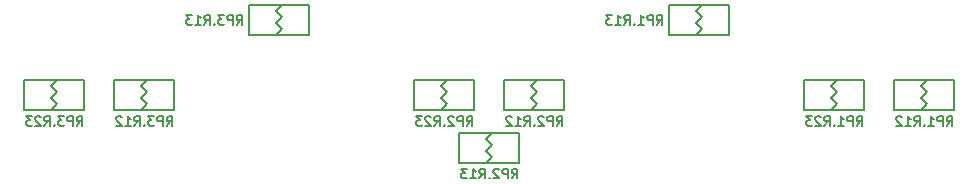
<source format=gbr>
G04 #@! TF.GenerationSoftware,KiCad,Pcbnew,5.1.12-84ad8e8a86~92~ubuntu20.04.1*
G04 #@! TF.CreationDate,2024-01-16T22:34:24+00:00*
G04 #@! TF.ProjectId,___-1.39.A-1,221a1f2d-312e-4333-992e-412d312e6b69,2A*
G04 #@! TF.SameCoordinates,Original*
G04 #@! TF.FileFunction,Legend,Bot*
G04 #@! TF.FilePolarity,Positive*
%FSLAX46Y46*%
G04 Gerber Fmt 4.6, Leading zero omitted, Abs format (unit mm)*
G04 Created by KiCad (PCBNEW 5.1.12-84ad8e8a86~92~ubuntu20.04.1) date 2024-01-16 22:34:24*
%MOMM*%
%LPD*%
G01*
G04 APERTURE LIST*
%ADD10C,0.200000*%
G04 APERTURE END LIST*
D10*
X68326000Y-148844000D02*
X68834000Y-149352000D01*
X68834000Y-149352000D02*
X68326000Y-149860000D01*
X68326000Y-148844000D02*
X68834000Y-148336000D01*
X68834000Y-148336000D02*
X68326000Y-147828000D01*
X68326000Y-147828000D02*
X68834000Y-147320000D01*
X66040000Y-147320000D02*
X71120000Y-147320000D01*
X66040000Y-149860000D02*
X71120000Y-149860000D01*
X71120000Y-149860000D02*
X71120000Y-147320000D01*
X66040000Y-149860000D02*
X66040000Y-147320000D01*
X87884000Y-141986000D02*
X87376000Y-141478000D01*
X87376000Y-141478000D02*
X87884000Y-140970000D01*
X87884000Y-141986000D02*
X87376000Y-142494000D01*
X87376000Y-142494000D02*
X87884000Y-143002000D01*
X87884000Y-143002000D02*
X87376000Y-143510000D01*
X90170000Y-143510000D02*
X85090000Y-143510000D01*
X90170000Y-140970000D02*
X85090000Y-140970000D01*
X85090000Y-140970000D02*
X85090000Y-143510000D01*
X90170000Y-140970000D02*
X90170000Y-143510000D01*
X75946000Y-148844000D02*
X76454000Y-149352000D01*
X76454000Y-149352000D02*
X75946000Y-149860000D01*
X75946000Y-148844000D02*
X76454000Y-148336000D01*
X76454000Y-148336000D02*
X75946000Y-147828000D01*
X75946000Y-147828000D02*
X76454000Y-147320000D01*
X73660000Y-147320000D02*
X78740000Y-147320000D01*
X73660000Y-149860000D02*
X78740000Y-149860000D01*
X78740000Y-149860000D02*
X78740000Y-147320000D01*
X73660000Y-149860000D02*
X73660000Y-147320000D01*
X101346000Y-148844000D02*
X101854000Y-149352000D01*
X101854000Y-149352000D02*
X101346000Y-149860000D01*
X101346000Y-148844000D02*
X101854000Y-148336000D01*
X101854000Y-148336000D02*
X101346000Y-147828000D01*
X101346000Y-147828000D02*
X101854000Y-147320000D01*
X99060000Y-147320000D02*
X104140000Y-147320000D01*
X99060000Y-149860000D02*
X104140000Y-149860000D01*
X104140000Y-149860000D02*
X104140000Y-147320000D01*
X99060000Y-149860000D02*
X99060000Y-147320000D01*
X105156000Y-153289000D02*
X105664000Y-153797000D01*
X105664000Y-153797000D02*
X105156000Y-154305000D01*
X105156000Y-153289000D02*
X105664000Y-152781000D01*
X105664000Y-152781000D02*
X105156000Y-152273000D01*
X105156000Y-152273000D02*
X105664000Y-151765000D01*
X102870000Y-151765000D02*
X107950000Y-151765000D01*
X102870000Y-154305000D02*
X107950000Y-154305000D01*
X107950000Y-154305000D02*
X107950000Y-151765000D01*
X102870000Y-154305000D02*
X102870000Y-151765000D01*
X108966000Y-148844000D02*
X109474000Y-149352000D01*
X109474000Y-149352000D02*
X108966000Y-149860000D01*
X108966000Y-148844000D02*
X109474000Y-148336000D01*
X109474000Y-148336000D02*
X108966000Y-147828000D01*
X108966000Y-147828000D02*
X109474000Y-147320000D01*
X106680000Y-147320000D02*
X111760000Y-147320000D01*
X106680000Y-149860000D02*
X111760000Y-149860000D01*
X111760000Y-149860000D02*
X111760000Y-147320000D01*
X106680000Y-149860000D02*
X106680000Y-147320000D01*
X134366000Y-148844000D02*
X134874000Y-149352000D01*
X134874000Y-149352000D02*
X134366000Y-149860000D01*
X134366000Y-148844000D02*
X134874000Y-148336000D01*
X134874000Y-148336000D02*
X134366000Y-147828000D01*
X134366000Y-147828000D02*
X134874000Y-147320000D01*
X132080000Y-147320000D02*
X137160000Y-147320000D01*
X132080000Y-149860000D02*
X137160000Y-149860000D01*
X137160000Y-149860000D02*
X137160000Y-147320000D01*
X132080000Y-149860000D02*
X132080000Y-147320000D01*
X123444000Y-141986000D02*
X122936000Y-141478000D01*
X122936000Y-141478000D02*
X123444000Y-140970000D01*
X123444000Y-141986000D02*
X122936000Y-142494000D01*
X122936000Y-142494000D02*
X123444000Y-143002000D01*
X123444000Y-143002000D02*
X122936000Y-143510000D01*
X125730000Y-143510000D02*
X120650000Y-143510000D01*
X125730000Y-140970000D02*
X120650000Y-140970000D01*
X120650000Y-140970000D02*
X120650000Y-143510000D01*
X125730000Y-140970000D02*
X125730000Y-143510000D01*
X141986000Y-148844000D02*
X142494000Y-149352000D01*
X142494000Y-149352000D02*
X141986000Y-149860000D01*
X141986000Y-148844000D02*
X142494000Y-148336000D01*
X142494000Y-148336000D02*
X141986000Y-147828000D01*
X141986000Y-147828000D02*
X142494000Y-147320000D01*
X139700000Y-147320000D02*
X144780000Y-147320000D01*
X139700000Y-149860000D02*
X144780000Y-149860000D01*
X144780000Y-149860000D02*
X144780000Y-147320000D01*
X139700000Y-149860000D02*
X139700000Y-147320000D01*
X70465714Y-151174404D02*
X70732380Y-150793452D01*
X70922857Y-151174404D02*
X70922857Y-150374404D01*
X70618095Y-150374404D01*
X70541904Y-150412500D01*
X70503809Y-150450595D01*
X70465714Y-150526785D01*
X70465714Y-150641071D01*
X70503809Y-150717261D01*
X70541904Y-150755357D01*
X70618095Y-150793452D01*
X70922857Y-150793452D01*
X70122857Y-151174404D02*
X70122857Y-150374404D01*
X69818095Y-150374404D01*
X69741904Y-150412500D01*
X69703809Y-150450595D01*
X69665714Y-150526785D01*
X69665714Y-150641071D01*
X69703809Y-150717261D01*
X69741904Y-150755357D01*
X69818095Y-150793452D01*
X70122857Y-150793452D01*
X69399047Y-150374404D02*
X68903809Y-150374404D01*
X69170476Y-150679166D01*
X69056190Y-150679166D01*
X68980000Y-150717261D01*
X68941904Y-150755357D01*
X68903809Y-150831547D01*
X68903809Y-151022023D01*
X68941904Y-151098214D01*
X68980000Y-151136309D01*
X69056190Y-151174404D01*
X69284761Y-151174404D01*
X69360952Y-151136309D01*
X69399047Y-151098214D01*
X68560952Y-151098214D02*
X68522857Y-151136309D01*
X68560952Y-151174404D01*
X68599047Y-151136309D01*
X68560952Y-151098214D01*
X68560952Y-151174404D01*
X67722857Y-151174404D02*
X67989523Y-150793452D01*
X68180000Y-151174404D02*
X68180000Y-150374404D01*
X67875238Y-150374404D01*
X67799047Y-150412500D01*
X67760952Y-150450595D01*
X67722857Y-150526785D01*
X67722857Y-150641071D01*
X67760952Y-150717261D01*
X67799047Y-150755357D01*
X67875238Y-150793452D01*
X68180000Y-150793452D01*
X67418095Y-150450595D02*
X67380000Y-150412500D01*
X67303809Y-150374404D01*
X67113333Y-150374404D01*
X67037142Y-150412500D01*
X66999047Y-150450595D01*
X66960952Y-150526785D01*
X66960952Y-150602976D01*
X66999047Y-150717261D01*
X67456190Y-151174404D01*
X66960952Y-151174404D01*
X66694285Y-150374404D02*
X66199047Y-150374404D01*
X66465714Y-150679166D01*
X66351428Y-150679166D01*
X66275238Y-150717261D01*
X66237142Y-150755357D01*
X66199047Y-150831547D01*
X66199047Y-151022023D01*
X66237142Y-151098214D01*
X66275238Y-151136309D01*
X66351428Y-151174404D01*
X66580000Y-151174404D01*
X66656190Y-151136309D01*
X66694285Y-151098214D01*
X83994880Y-142601904D02*
X84261547Y-142220952D01*
X84452023Y-142601904D02*
X84452023Y-141801904D01*
X84147261Y-141801904D01*
X84071071Y-141840000D01*
X84032976Y-141878095D01*
X83994880Y-141954285D01*
X83994880Y-142068571D01*
X84032976Y-142144761D01*
X84071071Y-142182857D01*
X84147261Y-142220952D01*
X84452023Y-142220952D01*
X83652023Y-142601904D02*
X83652023Y-141801904D01*
X83347261Y-141801904D01*
X83271071Y-141840000D01*
X83232976Y-141878095D01*
X83194880Y-141954285D01*
X83194880Y-142068571D01*
X83232976Y-142144761D01*
X83271071Y-142182857D01*
X83347261Y-142220952D01*
X83652023Y-142220952D01*
X82928214Y-141801904D02*
X82432976Y-141801904D01*
X82699642Y-142106666D01*
X82585357Y-142106666D01*
X82509166Y-142144761D01*
X82471071Y-142182857D01*
X82432976Y-142259047D01*
X82432976Y-142449523D01*
X82471071Y-142525714D01*
X82509166Y-142563809D01*
X82585357Y-142601904D01*
X82813928Y-142601904D01*
X82890119Y-142563809D01*
X82928214Y-142525714D01*
X82090119Y-142525714D02*
X82052023Y-142563809D01*
X82090119Y-142601904D01*
X82128214Y-142563809D01*
X82090119Y-142525714D01*
X82090119Y-142601904D01*
X81252023Y-142601904D02*
X81518690Y-142220952D01*
X81709166Y-142601904D02*
X81709166Y-141801904D01*
X81404404Y-141801904D01*
X81328214Y-141840000D01*
X81290119Y-141878095D01*
X81252023Y-141954285D01*
X81252023Y-142068571D01*
X81290119Y-142144761D01*
X81328214Y-142182857D01*
X81404404Y-142220952D01*
X81709166Y-142220952D01*
X80490119Y-142601904D02*
X80947261Y-142601904D01*
X80718690Y-142601904D02*
X80718690Y-141801904D01*
X80794880Y-141916190D01*
X80871071Y-141992380D01*
X80947261Y-142030476D01*
X80223452Y-141801904D02*
X79728214Y-141801904D01*
X79994880Y-142106666D01*
X79880595Y-142106666D01*
X79804404Y-142144761D01*
X79766309Y-142182857D01*
X79728214Y-142259047D01*
X79728214Y-142449523D01*
X79766309Y-142525714D01*
X79804404Y-142563809D01*
X79880595Y-142601904D01*
X80109166Y-142601904D01*
X80185357Y-142563809D01*
X80223452Y-142525714D01*
X78085714Y-151174404D02*
X78352380Y-150793452D01*
X78542857Y-151174404D02*
X78542857Y-150374404D01*
X78238095Y-150374404D01*
X78161904Y-150412500D01*
X78123809Y-150450595D01*
X78085714Y-150526785D01*
X78085714Y-150641071D01*
X78123809Y-150717261D01*
X78161904Y-150755357D01*
X78238095Y-150793452D01*
X78542857Y-150793452D01*
X77742857Y-151174404D02*
X77742857Y-150374404D01*
X77438095Y-150374404D01*
X77361904Y-150412500D01*
X77323809Y-150450595D01*
X77285714Y-150526785D01*
X77285714Y-150641071D01*
X77323809Y-150717261D01*
X77361904Y-150755357D01*
X77438095Y-150793452D01*
X77742857Y-150793452D01*
X77019047Y-150374404D02*
X76523809Y-150374404D01*
X76790476Y-150679166D01*
X76676190Y-150679166D01*
X76600000Y-150717261D01*
X76561904Y-150755357D01*
X76523809Y-150831547D01*
X76523809Y-151022023D01*
X76561904Y-151098214D01*
X76600000Y-151136309D01*
X76676190Y-151174404D01*
X76904761Y-151174404D01*
X76980952Y-151136309D01*
X77019047Y-151098214D01*
X76180952Y-151098214D02*
X76142857Y-151136309D01*
X76180952Y-151174404D01*
X76219047Y-151136309D01*
X76180952Y-151098214D01*
X76180952Y-151174404D01*
X75342857Y-151174404D02*
X75609523Y-150793452D01*
X75800000Y-151174404D02*
X75800000Y-150374404D01*
X75495238Y-150374404D01*
X75419047Y-150412500D01*
X75380952Y-150450595D01*
X75342857Y-150526785D01*
X75342857Y-150641071D01*
X75380952Y-150717261D01*
X75419047Y-150755357D01*
X75495238Y-150793452D01*
X75800000Y-150793452D01*
X74580952Y-151174404D02*
X75038095Y-151174404D01*
X74809523Y-151174404D02*
X74809523Y-150374404D01*
X74885714Y-150488690D01*
X74961904Y-150564880D01*
X75038095Y-150602976D01*
X74276190Y-150450595D02*
X74238095Y-150412500D01*
X74161904Y-150374404D01*
X73971428Y-150374404D01*
X73895238Y-150412500D01*
X73857142Y-150450595D01*
X73819047Y-150526785D01*
X73819047Y-150602976D01*
X73857142Y-150717261D01*
X74314285Y-151174404D01*
X73819047Y-151174404D01*
X103485714Y-151174404D02*
X103752380Y-150793452D01*
X103942857Y-151174404D02*
X103942857Y-150374404D01*
X103638095Y-150374404D01*
X103561904Y-150412500D01*
X103523809Y-150450595D01*
X103485714Y-150526785D01*
X103485714Y-150641071D01*
X103523809Y-150717261D01*
X103561904Y-150755357D01*
X103638095Y-150793452D01*
X103942857Y-150793452D01*
X103142857Y-151174404D02*
X103142857Y-150374404D01*
X102838095Y-150374404D01*
X102761904Y-150412500D01*
X102723809Y-150450595D01*
X102685714Y-150526785D01*
X102685714Y-150641071D01*
X102723809Y-150717261D01*
X102761904Y-150755357D01*
X102838095Y-150793452D01*
X103142857Y-150793452D01*
X102380952Y-150450595D02*
X102342857Y-150412500D01*
X102266666Y-150374404D01*
X102076190Y-150374404D01*
X102000000Y-150412500D01*
X101961904Y-150450595D01*
X101923809Y-150526785D01*
X101923809Y-150602976D01*
X101961904Y-150717261D01*
X102419047Y-151174404D01*
X101923809Y-151174404D01*
X101580952Y-151098214D02*
X101542857Y-151136309D01*
X101580952Y-151174404D01*
X101619047Y-151136309D01*
X101580952Y-151098214D01*
X101580952Y-151174404D01*
X100742857Y-151174404D02*
X101009523Y-150793452D01*
X101200000Y-151174404D02*
X101200000Y-150374404D01*
X100895238Y-150374404D01*
X100819047Y-150412500D01*
X100780952Y-150450595D01*
X100742857Y-150526785D01*
X100742857Y-150641071D01*
X100780952Y-150717261D01*
X100819047Y-150755357D01*
X100895238Y-150793452D01*
X101200000Y-150793452D01*
X100438095Y-150450595D02*
X100400000Y-150412500D01*
X100323809Y-150374404D01*
X100133333Y-150374404D01*
X100057142Y-150412500D01*
X100019047Y-150450595D01*
X99980952Y-150526785D01*
X99980952Y-150602976D01*
X100019047Y-150717261D01*
X100476190Y-151174404D01*
X99980952Y-151174404D01*
X99714285Y-150374404D02*
X99219047Y-150374404D01*
X99485714Y-150679166D01*
X99371428Y-150679166D01*
X99295238Y-150717261D01*
X99257142Y-150755357D01*
X99219047Y-150831547D01*
X99219047Y-151022023D01*
X99257142Y-151098214D01*
X99295238Y-151136309D01*
X99371428Y-151174404D01*
X99600000Y-151174404D01*
X99676190Y-151136309D01*
X99714285Y-151098214D01*
X107295714Y-155619404D02*
X107562380Y-155238452D01*
X107752857Y-155619404D02*
X107752857Y-154819404D01*
X107448095Y-154819404D01*
X107371904Y-154857500D01*
X107333809Y-154895595D01*
X107295714Y-154971785D01*
X107295714Y-155086071D01*
X107333809Y-155162261D01*
X107371904Y-155200357D01*
X107448095Y-155238452D01*
X107752857Y-155238452D01*
X106952857Y-155619404D02*
X106952857Y-154819404D01*
X106648095Y-154819404D01*
X106571904Y-154857500D01*
X106533809Y-154895595D01*
X106495714Y-154971785D01*
X106495714Y-155086071D01*
X106533809Y-155162261D01*
X106571904Y-155200357D01*
X106648095Y-155238452D01*
X106952857Y-155238452D01*
X106190952Y-154895595D02*
X106152857Y-154857500D01*
X106076666Y-154819404D01*
X105886190Y-154819404D01*
X105810000Y-154857500D01*
X105771904Y-154895595D01*
X105733809Y-154971785D01*
X105733809Y-155047976D01*
X105771904Y-155162261D01*
X106229047Y-155619404D01*
X105733809Y-155619404D01*
X105390952Y-155543214D02*
X105352857Y-155581309D01*
X105390952Y-155619404D01*
X105429047Y-155581309D01*
X105390952Y-155543214D01*
X105390952Y-155619404D01*
X104552857Y-155619404D02*
X104819523Y-155238452D01*
X105010000Y-155619404D02*
X105010000Y-154819404D01*
X104705238Y-154819404D01*
X104629047Y-154857500D01*
X104590952Y-154895595D01*
X104552857Y-154971785D01*
X104552857Y-155086071D01*
X104590952Y-155162261D01*
X104629047Y-155200357D01*
X104705238Y-155238452D01*
X105010000Y-155238452D01*
X103790952Y-155619404D02*
X104248095Y-155619404D01*
X104019523Y-155619404D02*
X104019523Y-154819404D01*
X104095714Y-154933690D01*
X104171904Y-155009880D01*
X104248095Y-155047976D01*
X103524285Y-154819404D02*
X103029047Y-154819404D01*
X103295714Y-155124166D01*
X103181428Y-155124166D01*
X103105238Y-155162261D01*
X103067142Y-155200357D01*
X103029047Y-155276547D01*
X103029047Y-155467023D01*
X103067142Y-155543214D01*
X103105238Y-155581309D01*
X103181428Y-155619404D01*
X103410000Y-155619404D01*
X103486190Y-155581309D01*
X103524285Y-155543214D01*
X111105714Y-151174404D02*
X111372380Y-150793452D01*
X111562857Y-151174404D02*
X111562857Y-150374404D01*
X111258095Y-150374404D01*
X111181904Y-150412500D01*
X111143809Y-150450595D01*
X111105714Y-150526785D01*
X111105714Y-150641071D01*
X111143809Y-150717261D01*
X111181904Y-150755357D01*
X111258095Y-150793452D01*
X111562857Y-150793452D01*
X110762857Y-151174404D02*
X110762857Y-150374404D01*
X110458095Y-150374404D01*
X110381904Y-150412500D01*
X110343809Y-150450595D01*
X110305714Y-150526785D01*
X110305714Y-150641071D01*
X110343809Y-150717261D01*
X110381904Y-150755357D01*
X110458095Y-150793452D01*
X110762857Y-150793452D01*
X110000952Y-150450595D02*
X109962857Y-150412500D01*
X109886666Y-150374404D01*
X109696190Y-150374404D01*
X109620000Y-150412500D01*
X109581904Y-150450595D01*
X109543809Y-150526785D01*
X109543809Y-150602976D01*
X109581904Y-150717261D01*
X110039047Y-151174404D01*
X109543809Y-151174404D01*
X109200952Y-151098214D02*
X109162857Y-151136309D01*
X109200952Y-151174404D01*
X109239047Y-151136309D01*
X109200952Y-151098214D01*
X109200952Y-151174404D01*
X108362857Y-151174404D02*
X108629523Y-150793452D01*
X108820000Y-151174404D02*
X108820000Y-150374404D01*
X108515238Y-150374404D01*
X108439047Y-150412500D01*
X108400952Y-150450595D01*
X108362857Y-150526785D01*
X108362857Y-150641071D01*
X108400952Y-150717261D01*
X108439047Y-150755357D01*
X108515238Y-150793452D01*
X108820000Y-150793452D01*
X107600952Y-151174404D02*
X108058095Y-151174404D01*
X107829523Y-151174404D02*
X107829523Y-150374404D01*
X107905714Y-150488690D01*
X107981904Y-150564880D01*
X108058095Y-150602976D01*
X107296190Y-150450595D02*
X107258095Y-150412500D01*
X107181904Y-150374404D01*
X106991428Y-150374404D01*
X106915238Y-150412500D01*
X106877142Y-150450595D01*
X106839047Y-150526785D01*
X106839047Y-150602976D01*
X106877142Y-150717261D01*
X107334285Y-151174404D01*
X106839047Y-151174404D01*
X136505714Y-151174404D02*
X136772380Y-150793452D01*
X136962857Y-151174404D02*
X136962857Y-150374404D01*
X136658095Y-150374404D01*
X136581904Y-150412500D01*
X136543809Y-150450595D01*
X136505714Y-150526785D01*
X136505714Y-150641071D01*
X136543809Y-150717261D01*
X136581904Y-150755357D01*
X136658095Y-150793452D01*
X136962857Y-150793452D01*
X136162857Y-151174404D02*
X136162857Y-150374404D01*
X135858095Y-150374404D01*
X135781904Y-150412500D01*
X135743809Y-150450595D01*
X135705714Y-150526785D01*
X135705714Y-150641071D01*
X135743809Y-150717261D01*
X135781904Y-150755357D01*
X135858095Y-150793452D01*
X136162857Y-150793452D01*
X134943809Y-151174404D02*
X135400952Y-151174404D01*
X135172380Y-151174404D02*
X135172380Y-150374404D01*
X135248571Y-150488690D01*
X135324761Y-150564880D01*
X135400952Y-150602976D01*
X134600952Y-151098214D02*
X134562857Y-151136309D01*
X134600952Y-151174404D01*
X134639047Y-151136309D01*
X134600952Y-151098214D01*
X134600952Y-151174404D01*
X133762857Y-151174404D02*
X134029523Y-150793452D01*
X134220000Y-151174404D02*
X134220000Y-150374404D01*
X133915238Y-150374404D01*
X133839047Y-150412500D01*
X133800952Y-150450595D01*
X133762857Y-150526785D01*
X133762857Y-150641071D01*
X133800952Y-150717261D01*
X133839047Y-150755357D01*
X133915238Y-150793452D01*
X134220000Y-150793452D01*
X133458095Y-150450595D02*
X133420000Y-150412500D01*
X133343809Y-150374404D01*
X133153333Y-150374404D01*
X133077142Y-150412500D01*
X133039047Y-150450595D01*
X133000952Y-150526785D01*
X133000952Y-150602976D01*
X133039047Y-150717261D01*
X133496190Y-151174404D01*
X133000952Y-151174404D01*
X132734285Y-150374404D02*
X132239047Y-150374404D01*
X132505714Y-150679166D01*
X132391428Y-150679166D01*
X132315238Y-150717261D01*
X132277142Y-150755357D01*
X132239047Y-150831547D01*
X132239047Y-151022023D01*
X132277142Y-151098214D01*
X132315238Y-151136309D01*
X132391428Y-151174404D01*
X132620000Y-151174404D01*
X132696190Y-151136309D01*
X132734285Y-151098214D01*
X119554880Y-142601904D02*
X119821547Y-142220952D01*
X120012023Y-142601904D02*
X120012023Y-141801904D01*
X119707261Y-141801904D01*
X119631071Y-141840000D01*
X119592976Y-141878095D01*
X119554880Y-141954285D01*
X119554880Y-142068571D01*
X119592976Y-142144761D01*
X119631071Y-142182857D01*
X119707261Y-142220952D01*
X120012023Y-142220952D01*
X119212023Y-142601904D02*
X119212023Y-141801904D01*
X118907261Y-141801904D01*
X118831071Y-141840000D01*
X118792976Y-141878095D01*
X118754880Y-141954285D01*
X118754880Y-142068571D01*
X118792976Y-142144761D01*
X118831071Y-142182857D01*
X118907261Y-142220952D01*
X119212023Y-142220952D01*
X117992976Y-142601904D02*
X118450119Y-142601904D01*
X118221547Y-142601904D02*
X118221547Y-141801904D01*
X118297738Y-141916190D01*
X118373928Y-141992380D01*
X118450119Y-142030476D01*
X117650119Y-142525714D02*
X117612023Y-142563809D01*
X117650119Y-142601904D01*
X117688214Y-142563809D01*
X117650119Y-142525714D01*
X117650119Y-142601904D01*
X116812023Y-142601904D02*
X117078690Y-142220952D01*
X117269166Y-142601904D02*
X117269166Y-141801904D01*
X116964404Y-141801904D01*
X116888214Y-141840000D01*
X116850119Y-141878095D01*
X116812023Y-141954285D01*
X116812023Y-142068571D01*
X116850119Y-142144761D01*
X116888214Y-142182857D01*
X116964404Y-142220952D01*
X117269166Y-142220952D01*
X116050119Y-142601904D02*
X116507261Y-142601904D01*
X116278690Y-142601904D02*
X116278690Y-141801904D01*
X116354880Y-141916190D01*
X116431071Y-141992380D01*
X116507261Y-142030476D01*
X115783452Y-141801904D02*
X115288214Y-141801904D01*
X115554880Y-142106666D01*
X115440595Y-142106666D01*
X115364404Y-142144761D01*
X115326309Y-142182857D01*
X115288214Y-142259047D01*
X115288214Y-142449523D01*
X115326309Y-142525714D01*
X115364404Y-142563809D01*
X115440595Y-142601904D01*
X115669166Y-142601904D01*
X115745357Y-142563809D01*
X115783452Y-142525714D01*
X144125714Y-151174404D02*
X144392380Y-150793452D01*
X144582857Y-151174404D02*
X144582857Y-150374404D01*
X144278095Y-150374404D01*
X144201904Y-150412500D01*
X144163809Y-150450595D01*
X144125714Y-150526785D01*
X144125714Y-150641071D01*
X144163809Y-150717261D01*
X144201904Y-150755357D01*
X144278095Y-150793452D01*
X144582857Y-150793452D01*
X143782857Y-151174404D02*
X143782857Y-150374404D01*
X143478095Y-150374404D01*
X143401904Y-150412500D01*
X143363809Y-150450595D01*
X143325714Y-150526785D01*
X143325714Y-150641071D01*
X143363809Y-150717261D01*
X143401904Y-150755357D01*
X143478095Y-150793452D01*
X143782857Y-150793452D01*
X142563809Y-151174404D02*
X143020952Y-151174404D01*
X142792380Y-151174404D02*
X142792380Y-150374404D01*
X142868571Y-150488690D01*
X142944761Y-150564880D01*
X143020952Y-150602976D01*
X142220952Y-151098214D02*
X142182857Y-151136309D01*
X142220952Y-151174404D01*
X142259047Y-151136309D01*
X142220952Y-151098214D01*
X142220952Y-151174404D01*
X141382857Y-151174404D02*
X141649523Y-150793452D01*
X141840000Y-151174404D02*
X141840000Y-150374404D01*
X141535238Y-150374404D01*
X141459047Y-150412500D01*
X141420952Y-150450595D01*
X141382857Y-150526785D01*
X141382857Y-150641071D01*
X141420952Y-150717261D01*
X141459047Y-150755357D01*
X141535238Y-150793452D01*
X141840000Y-150793452D01*
X140620952Y-151174404D02*
X141078095Y-151174404D01*
X140849523Y-151174404D02*
X140849523Y-150374404D01*
X140925714Y-150488690D01*
X141001904Y-150564880D01*
X141078095Y-150602976D01*
X140316190Y-150450595D02*
X140278095Y-150412500D01*
X140201904Y-150374404D01*
X140011428Y-150374404D01*
X139935238Y-150412500D01*
X139897142Y-150450595D01*
X139859047Y-150526785D01*
X139859047Y-150602976D01*
X139897142Y-150717261D01*
X140354285Y-151174404D01*
X139859047Y-151174404D01*
M02*

</source>
